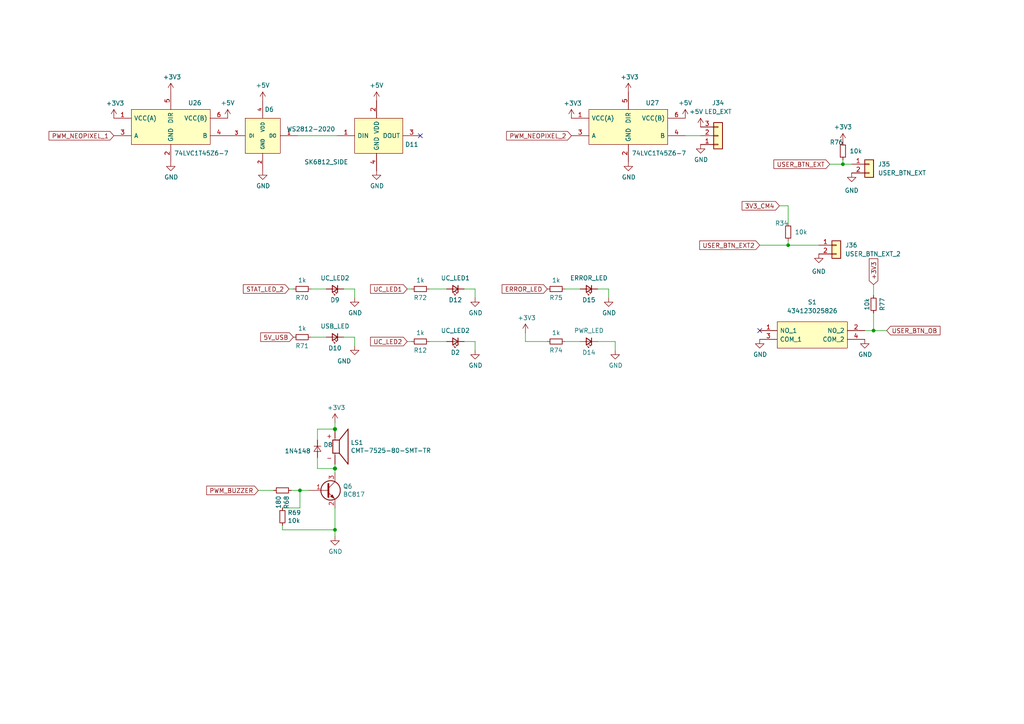
<source format=kicad_sch>
(kicad_sch (version 20250114) (generator "eeschema") (generator_version "9.0")
  (paper "A4")
  (lib_symbols
    (symbol "CMT-7525-80-SMT-TR:CMT-7525-80-SMT-TR" (pin_numbers (hide yes)) (pin_names (offset 1.016) (hide yes))
      (property "Reference" "LS" (at -3.81 8.89 0))
      (property "Value" "CMT-7525-80-SMT-TR" (at -3.81 -10.16 0))
      (symbol "CMT-7525-80-SMT-TR_0_0"
        (polyline (pts (xy -0.635 1.905) (xy -0.635 -1.905)) (stroke (width 0.254)))
        (polyline (pts (xy -0.635 1.905) (xy 0 1.905)) (stroke (width 0.254)))
        (polyline (pts (xy -0.635 -1.905) (xy 0 -1.905)) (stroke (width 0.254)))
        (polyline (pts (xy 0 2.54) (xy 0 1.905)) (stroke (width 0.1524)))
        (polyline (pts (xy 0 1.905) (xy 1.27 1.905)) (stroke (width 0.254)))
        (polyline (pts (xy 0 -1.905) (xy 1.27 -1.905)) (stroke (width 0.254)))
        (polyline (pts (xy 0 -2.54) (xy 0 -1.905)) (stroke (width 0.1524)))
        (polyline (pts (xy 1.27 1.905) (xy 3.81 5.08)) (stroke (width 0.254)))
        (polyline (pts (xy 1.27 -1.905) (xy 1.27 1.905)) (stroke (width 0.254)))
        (polyline (pts (xy 1.27 -1.905) (xy 3.81 -5.08)) (stroke (width 0.254)))
        (polyline (pts (xy 3.81 -5.08) (xy 3.81 5.08)) (stroke (width 0.254)))
        (text "+" (at -2.54 3.81 0) (effects (font (size 1.27 1.27)) (justify left top)))
        (text "-" (at -2.54 -2.54 0) (effects (font (size 1.27 1.27)) (justify left top)))
        (pin passive line (at 0 5.08 270) (length 2.54) (name "~") (number "P"))
        (pin passive line (at 0 -5.08 90) (length 2.54) (name "~") (number "N"))
      )
    )
    (symbol "Connector_Generic:Conn_01x02" (pin_names (offset 1.016) (hide yes))
      (property "Reference" "J" (at 0 2.54 0))
      (property "Value" "Conn_01x02" (at 0 -5.08 0))
      (symbol "Conn_01x02_1_1"
        (rectangle (start -1.27 1.27) (end 1.27 -3.81) (stroke (width 0.254)) (fill (type background)))
        (rectangle (start -1.27 0.127) (end 0 -0.127) (stroke (width 0.1524)))
        (rectangle (start -1.27 -2.413) (end 0 -2.667) (stroke (width 0.1524)))
        (pin passive line (at -5.08 0 0) (length 3.81) (name "Pin_1") (number "1"))
        (pin passive line (at -5.08 -2.54 0) (length 3.81) (name "Pin_2") (number "2"))
      )
    )
    (symbol "Connector_Generic:Conn_01x03" (pin_names (offset 1.016) (hide yes))
      (property "Reference" "J" (at 0 5.08 0))
      (property "Value" "Conn_01x03" (at 0 -5.08 0))
      (symbol "Conn_01x03_1_1"
        (rectangle (start -1.27 3.81) (end 1.27 -3.81) (stroke (width 0.254)) (fill (type background)))
        (rectangle (start -1.27 2.667) (end 0 2.413) (stroke (width 0.1524)))
        (rectangle (start -1.27 0.127) (end 0 -0.127) (stroke (width 0.1524)))
        (rectangle (start -1.27 -2.413) (end 0 -2.667) (stroke (width 0.1524)))
        (pin passive line (at -5.08 2.54 0) (length 3.81) (name "Pin_1") (number "1"))
        (pin passive line (at -5.08 0 0) (length 3.81) (name "Pin_2") (number "2"))
        (pin passive line (at -5.08 -2.54 0) (length 3.81) (name "Pin_3") (number "3"))
      )
    )
    (symbol "Device:D_Small" (pin_numbers (hide yes)) (pin_names (offset 0.254) (hide yes))
      (property "Reference" "D" (at -1.27 2.032 0))
      (property "Value" "D_Small" (at -3.81 -2.032 0))
      (symbol "D_Small_0_1"
        (polyline (pts (xy -0.762 0) (xy 0.762 0)))
        (polyline (pts (xy -0.762 -1.016) (xy -0.762 1.016)))
        (polyline (pts (xy 0.762 -1.016) (xy -0.762 0) (xy 0.762 1.016) (xy 0.762 -1.016)))
      )
      (symbol "D_Small_1_1"
        (pin passive line (at -2.54 0 0) (length 1.778) (name "K") (number "1"))
        (pin passive line (at 2.54 0 180) (length 1.778) (name "A") (number "2"))
      )
    )
    (symbol "Device:R_Small" (pin_numbers (hide yes)) (pin_names (offset 0.254) (hide yes))
      (property "Reference" "R" (at 0.762 0.508 0))
      (property "Value" "R_Small" (at 0.762 -1.016 0))
      (symbol "R_Small_0_1"
        (rectangle (start -0.762 1.778) (end 0.762 -1.778) (stroke (width 0.2032)))
      )
      (symbol "R_Small_1_1"
        (pin passive line (at 0 2.54 270) (length 0.762) (name "~") (number "1"))
        (pin passive line (at 0 -2.54 90) (length 0.762) (name "~") (number "2"))
      )
    )
    (symbol "LED_Small_1" (pin_numbers (hide yes)) (pin_names (offset 0.254) (hide yes))
      (property "Reference" "D" (at -1.27 3.175 0))
      (property "Value" "LED_Small_1" (at -4.445 -2.54 0))
      (symbol "LED_Small_1_0_1"
        (polyline (pts (xy -0.762 -1.016) (xy -0.762 1.016)) (stroke (width 0.254)))
        (polyline (pts (xy 0 0.762) (xy -0.508 1.27) (xy -0.254 1.27) (xy -0.508 1.27) (xy -0.508 1.016)))
        (polyline (pts (xy 0.508 1.27) (xy 0 1.778) (xy 0.254 1.778) (xy 0 1.778) (xy 0 1.524)))
        (polyline (pts (xy 0.762 -1.016) (xy -0.762 0) (xy 0.762 1.016) (xy 0.762 -1.016)) (stroke (width 0.254)))
        (polyline (pts (xy 1.016 0) (xy -0.762 0)))
      )
      (symbol "LED_Small_1_1_1"
        (pin passive line (at -2.54 0 0) (length 1.778) (name "K") (number "1"))
        (pin passive line (at 2.54 0 180) (length 1.778) (name "A") (number "2"))
      )
    )
    (symbol "SamacSys_Parts:74LVC1T45Z6-7" (pin_names (offset 0.762))
      (property "Reference" "IC2" (at 16.51 6.985 0))
      (property "Value" "74LVC1T45Z6-7" (at 16.51 4.445 0))
      (symbol "74LVC1T45Z6-7_0_0"
        (pin passive line (at 0 0 0) (length 5.08) (name "VCC(A)") (number "1"))
        (pin passive line (at 0 -5.08 0) (length 5.08) (name "A") (number "3"))
        (pin passive line (at 16.51 7.62 270) (length 5.08) (name "DIR") (number "5"))
        (pin passive line (at 16.51 -12.7 90) (length 5.08) (name "GND") (number "2"))
        (pin passive line (at 33.02 0 180) (length 5.08) (name "VCC(B)") (number "6"))
        (pin passive line (at 33.02 -5.08 180) (length 5.08) (name "B") (number "4"))
      )
      (symbol "74LVC1T45Z6-7_0_1"
        (polyline (pts (xy 5.08 2.54) (xy 27.94 2.54) (xy 27.94 -7.62) (xy 5.08 -7.62) (xy 5.08 2.54)) (stroke (width 0.1524)) (fill (type background)))
      )
    )
    (symbol "Transistor_BJT:BC817" (pin_names (offset 0) (hide yes))
      (property "Reference" "Q" (at 5.08 1.905 0))
      (property "Value" "BC817" (at 5.08 0 0))
      (symbol "BC817_0_1"
        (polyline (pts (xy 0.635 1.905) (xy 0.635 -1.905) (xy 0.635 -1.905)) (stroke (width 0.508)))
        (polyline (pts (xy 0.635 0.635) (xy 2.54 2.54)))
        (polyline (pts (xy 0.635 -0.635) (xy 2.54 -2.54) (xy 2.54 -2.54)))
        (circle (center 1.27 0) (radius 2.8194) (stroke (width 0.254)))
        (polyline (pts (xy 1.27 -1.778) (xy 1.778 -1.27) (xy 2.286 -2.286) (xy 1.27 -1.778) (xy 1.27 -1.778)) (fill (type outline)))
      )
      (symbol "BC817_1_1"
        (pin input line (at -5.08 0 0) (length 5.715) (name "B") (number "1"))
        (pin passive line (at 2.54 5.08 270) (length 2.54) (name "C") (number "3"))
        (pin passive line (at 2.54 -5.08 90) (length 2.54) (name "E") (number "2"))
      )
    )
    (symbol "WS2812-2020:WS2812-2020" (pin_names (offset 1.016))
      (property "Reference" "U8" (at 0 11.43 0))
      (property "Value" "WS2812-2020" (at 0 8.89 0))
      (symbol "WS2812-2020_0_0"
        (pin input line (at -15.24 0 0) (length 5.08) (name "DI") (number "3"))
        (pin power_in line (at -5.08 10.16 270) (length 5.08) (name "VDD") (number "4"))
        (pin power_in line (at -5.08 -10.16 90) (length 5.08) (name "GND") (number "2"))
        (pin output line (at 5.08 0 180) (length 5.08) (name "DO") (number "1"))
      )
      (symbol "WS2812-2020_0_1"
        (rectangle (start -10.16 5.08) (end 0 -5.08) (stroke (width 0.1524)) (fill (type background)))
      )
    )
    (symbol "downloaded_parts:434123025826" (pin_names (offset 0.762))
      (property "Reference" "S1" (at 15.24 7.62 0))
      (property "Value" "434123025826" (at 15.24 5.08 0))
      (symbol "434123025826_0_0"
        (pin passive line (at 0 0 0) (length 5.08) (name "NO_1") (number "1"))
        (pin passive line (at 0 -2.54 0) (length 5.08) (name "COM_1") (number "3"))
        (pin passive line (at 30.48 0 180) (length 5.08) (name "NO_2") (number "2"))
        (pin passive line (at 30.48 -2.54 180) (length 5.08) (name "COM_2") (number "4"))
      )
      (symbol "434123025826_0_1"
        (polyline (pts (xy 5.08 2.54) (xy 25.4 2.54) (xy 25.4 -5.08) (xy 5.08 -5.08) (xy 5.08 2.54)) (stroke (width 0.1524)) (fill (type background)))
      )
    )
    (symbol "downloaded_parts:SK6812_SIDE" (pin_names (offset 0.762))
      (property "Reference" "IC8" (at 19.685 -2.5399 0))
      (property "Value" "SK6812_SIDE" (at 19.685 -5.0799 0))
      (symbol "SK6812_SIDE_0_0"
        (pin passive line (at 0 0 0) (length 5.08) (name "DIN") (number "1"))
        (pin passive line (at 11.43 10.16 270) (length 5.08) (name "VDD") (number "2"))
        (pin passive line (at 11.43 -10.16 90) (length 5.08) (name "GND") (number "4"))
        (pin passive line (at 24.13 0 180) (length 5.08) (name "DOUT") (number "3"))
      )
      (symbol "SK6812_SIDE_0_1"
        (polyline (pts (xy 5.08 5.08) (xy 19.05 5.08) (xy 19.05 -5.08) (xy 5.08 -5.08) (xy 5.08 5.08)) (stroke (width 0.1524)) (fill (type background)))
      )
    )
    (symbol "power:+3.3V" (power) (pin_names (offset 0))
      (property "Value" "+3.3V" (at 0 3.556 0))
      (symbol "+3.3V_0_1"
        (polyline (pts (xy -0.762 1.27) (xy 0 2.54)))
        (polyline (pts (xy 0 2.54) (xy 0.762 1.27)))
        (polyline (pts (xy 0 0) (xy 0 2.54)))
      )
      (symbol "+3.3V_1_1"
        (pin power_in line (at 0 0 90) (length 0) (hide yes) (name "+3V3") (number "1"))
      )
    )
    (symbol "power:+3V3" (power) (pin_names (offset 0))
      (property "Value" "+3V3" (at 0 3.556 0))
      (symbol "+3V3_0_1"
        (polyline (pts (xy -0.762 1.27) (xy 0 2.54)))
        (polyline (pts (xy 0 2.54) (xy 0.762 1.27)))
        (polyline (pts (xy 0 0) (xy 0 2.54)))
      )
      (symbol "+3V3_1_1"
        (pin power_in line (at 0 0 90) (length 0) (hide yes) (name "+3V3") (number "1"))
      )
    )
    (symbol "power:+5V" (power) (pin_names (offset 0))
      (property "Value" "+5V" (at 0 3.556 0))
      (symbol "+5V_0_1"
        (polyline (pts (xy -0.762 1.27) (xy 0 2.54)))
        (polyline (pts (xy 0 2.54) (xy 0.762 1.27)))
        (polyline (pts (xy 0 0) (xy 0 2.54)))
      )
      (symbol "+5V_1_1"
        (pin power_in line (at 0 0 90) (length 0) (hide yes) (name "+5V") (number "1"))
      )
    )
    (symbol "power:GND" (power) (pin_names (offset 0))
      (property "Value" "GND" (at 0 -3.81 0))
      (symbol "GND_0_1"
        (polyline (pts (xy 0 0) (xy 0 -1.27) (xy 1.27 -1.27) (xy 0 -2.54) (xy -1.27 -1.27) (xy 0 -1.27)))
      )
      (symbol "GND_1_1"
        (pin power_in line (at 0 0 270) (length 0) (hide yes) (name "GND") (number "1"))
      )
    )
  )
  (junction (at 97.155 135.89) (diameter 1.016))
  (junction (at 97.155 153.67))
  (junction (at 244.475 47.625))
  (junction (at 86.995 142.24))
  (junction (at 253.365 95.885))
  (junction (at 97.155 124.46) (diameter 1.016))
  (junction (at 228.6 71.12))
  (no_connect (at 220.345 95.885))
  (no_connect (at 121.92 39.37))
  (wire (pts (xy 102.87 100.33) (xy 102.87 97.79)))
  (wire (pts (xy 152.4 99.06) (xy 158.75 99.06)))
  (wire (pts (xy 228.6 71.12) (xy 237.49 71.12)))
  (wire (pts (xy 97.155 135.89) (xy 97.155 137.16)))
  (wire (pts (xy 97.155 122.555) (xy 97.155 124.46)))
  (wire (pts (xy 86.995 147.32) (xy 86.995 142.24)))
  (wire (pts (xy 198.755 39.37) (xy 203.2 39.37)))
  (wire (pts (xy 137.795 83.82) (xy 134.62 83.82)))
  (wire (pts (xy 124.46 83.82) (xy 129.54 83.82)))
  (wire (pts (xy 97.155 134.62) (xy 97.155 135.89)))
  (wire (pts (xy 92.075 132.715) (xy 92.075 135.89)))
  (wire (pts (xy 86.36 39.37) (xy 97.79 39.37)))
  (wire (pts (xy 220.345 71.12) (xy 228.6 71.12)))
  (wire (pts (xy 86.995 142.24) (xy 89.535 142.24)))
  (wire (pts (xy 97.155 155.575) (xy 97.155 153.67)))
  (wire (pts (xy 81.915 153.67) (xy 97.155 153.67)))
  (wire (pts (xy 253.365 82.55) (xy 253.365 85.725)))
  (wire (pts (xy 81.915 147.32) (xy 86.995 147.32)))
  (wire (pts (xy 97.155 153.67) (xy 97.155 147.32)))
  (wire (pts (xy 250.825 95.885) (xy 253.365 95.885)))
  (wire (pts (xy 226.06 59.69) (xy 228.6 59.69)))
  (wire (pts (xy 176.53 86.36) (xy 176.53 83.82)))
  (wire (pts (xy 137.795 86.36) (xy 137.795 83.82)))
  (wire (pts (xy 124.46 99.06) (xy 129.54 99.06)))
  (wire (pts (xy 102.87 83.82) (xy 99.695 83.82)))
  (wire (pts (xy 163.83 83.82) (xy 168.275 83.82)))
  (wire (pts (xy 253.365 95.885) (xy 257.175 95.885)))
  (wire (pts (xy 176.53 83.82) (xy 173.355 83.82)))
  (wire (pts (xy 83.82 83.82) (xy 85.09 83.82)))
  (wire (pts (xy 84.455 142.24) (xy 86.995 142.24)))
  (wire (pts (xy 81.915 152.4) (xy 81.915 153.67)))
  (wire (pts (xy 90.17 97.79) (xy 94.615 97.79)))
  (wire (pts (xy 253.365 90.805) (xy 253.365 95.885)))
  (wire (pts (xy 178.435 99.06) (xy 178.435 101.6)))
  (wire (pts (xy 244.475 47.625) (xy 247.015 47.625)))
  (wire (pts (xy 228.6 59.69) (xy 228.6 64.77)))
  (wire (pts (xy 228.6 69.85) (xy 228.6 71.12)))
  (wire (pts (xy 102.87 97.79) (xy 99.695 97.79)))
  (wire (pts (xy 97.155 135.89) (xy 92.075 135.89)))
  (wire (pts (xy 92.075 127.635) (xy 92.075 124.46)))
  (wire (pts (xy 244.475 46.355) (xy 244.475 47.625)))
  (wire (pts (xy 173.355 99.06) (xy 178.435 99.06)))
  (wire (pts (xy 137.795 99.06) (xy 134.62 99.06)))
  (wire (pts (xy 240.665 47.625) (xy 244.475 47.625)))
  (wire (pts (xy 102.87 86.36) (xy 102.87 83.82)))
  (wire (pts (xy 118.11 83.82) (xy 119.38 83.82)))
  (wire (pts (xy 118.11 99.06) (xy 119.38 99.06)))
  (wire (pts (xy 163.83 99.06) (xy 168.275 99.06)))
  (wire (pts (xy 92.075 124.46) (xy 97.155 124.46)))
  (wire (pts (xy 74.93 142.24) (xy 79.375 142.24)))
  (wire (pts (xy 152.4 96.52) (xy 152.4 99.06)))
  (wire (pts (xy 137.795 101.6) (xy 137.795 99.06)))
  (wire (pts (xy 90.17 83.82) (xy 94.615 83.82)))
  (global_label "3V3_CM4" (shape input) (at 226.06 59.69 180) (property "Intersheetrefs" "${INTERSHEET_REFS}" (effects (hide yes))))
  (global_label "PWM_NEOPIXEL_2" (shape input) (at 165.735 39.37 180) (property "Intersheetrefs" "${INTERSHEET_REFS}" (effects (hide yes))))
  (global_label "5V_USB" (shape input) (at 85.09 97.79 180) (property "Intersheetrefs" "${INTERSHEET_REFS}" (effects (hide yes))))
  (global_label "USER_BTN_EXT" (shape input) (at 240.665 47.625 180) (property "Intersheetrefs" "${INTERSHEET_REFS}" (effects (hide yes))))
  (global_label "UC_LED1" (shape input) (at 118.11 83.82 180) (property "Intersheetrefs" "${INTERSHEET_REFS}" (effects (hide yes))))
  (global_label "UC_LED2" (shape input) (at 118.11 99.06 180) (property "Intersheetrefs" "${INTERSHEET_REFS}" (effects (hide yes))))
  (global_label "ERROR_LED" (shape input) (at 158.75 83.82 180) (property "Intersheetrefs" "${INTERSHEET_REFS}" (effects (hide yes))))
  (global_label "PWM_BUZZER" (shape input) (at 74.93 142.24 180) (property "Intersheetrefs" "${INTERSHEET_REFS}" (effects (hide yes))))
  (global_label "USER_BTN_OB" (shape input) (at 257.175 95.885 0) (property "Intersheetrefs" "${INTERSHEET_REFS}" (effects (hide yes))))
  (global_label "USER_BTN_EXT2" (shape input) (at 220.345 71.12 180) (property "Intersheetrefs" "${INTERSHEET_REFS}" (effects (hide yes))))
  (global_label "+3V3" (shape input) (at 253.365 82.55 90) (property "Intersheetrefs" "${INTERSHEET_REFS}" (effects (hide yes))))
  (global_label "STAT_LED_2" (shape input) (at 83.82 83.82 180) (property "Intersheetrefs" "${INTERSHEET_REFS}" (effects (hide yes))))
  (global_label "PWM_NEOPIXEL_1" (shape input) (at 33.02 39.37 180) (property "Intersheetrefs" "${INTERSHEET_REFS}" (effects (hide yes))))
  (symbol (lib_id "power:GND") (at 137.795 101.6 0) (unit 1)
    (property "Reference" "#PWR077" (effects (hide yes)))
    (property "Value" "GND" (at 137.922 105.9942 0))
  )
  (symbol (lib_id "Connector_Generic:Conn_01x02") (at 242.57 71.12 0) (unit 1)
    (property "Reference" "J36" (at 245.11 71.1199 0) (effects (justify left)))
    (property "Value" "USER_BTN_EXT_2" (at 245.11 73.66 0) (effects (justify left)))
    (property "Footprint" "Connector_JST:JST_GH_BM02B-GHS-TBT_1x02-1MP_P1.25mm_Vertical" (effects (hide yes)))
  )
  (symbol (lib_id "Device:R_Small") (at 244.475 43.815 0) (unit 1)
    (property "Reference" "R76" (at 240.665 41.275 0) (effects (justify left)))
    (property "Value" "10k" (at 246.38 43.815 0) (effects (justify left)))
    (property "Footprint" "Resistor_SMD:R_0603_1608Metric" (effects (hide yes)))
  )
  (symbol (lib_id "power:GND") (at 220.345 98.425 0) (unit 1)
    (property "Reference" "#PWR0200" (effects (hide yes)))
    (property "Value" "GND" (at 220.472 102.8192 0))
  )
  (symbol (lib_id "power:+3V3") (at 165.735 34.29 0) (unit 1)
    (property "Reference" "#PWR0192" (effects (hide yes)))
    (property "Value" "+3V3" (at 166.1033 29.9656 0))
  )
  (symbol (lib_id "power:+3V3") (at 97.155 122.555 0) (unit 1)
    (property "Reference" "#PWR0184" (effects (hide yes)))
    (property "Value" "+3V3" (at 97.5233 118.2306 0))
  )
  (symbol (lib_id "power:GND") (at 102.87 100.33 0) (unit 1)
    (property "Reference" "#PWR0187" (effects (hide yes)))
    (property "Value" "GND" (at 99.822 104.7242 0))
  )
  (symbol (lib_id "power:+3V3") (at 152.4 96.52 0) (unit 1)
    (property "Reference" "#PWR015" (effects (hide yes)))
    (property "Value" "+3V3" (at 152.7683 92.1956 0))
  )
  (symbol (lib_id "Device:R_Small") (at 87.63 83.82 90) (unit 1)
    (property "Reference" "R70" (at 87.63 86.36 90))
    (property "Value" "1k" (at 87.63 81.28 90))
    (property "Footprint" "Resistor_SMD:R_0603_1608Metric" (effects (hide yes)))
  )
  (symbol (lib_id "power:+3V3") (at 33.02 34.29 0) (unit 1)
    (property "Reference" "#PWR0176" (effects (hide yes)))
    (property "Value" "+3V3" (at 33.3883 29.9656 0))
  )
  (symbol (lib_id "power:GND") (at 182.245 46.99 0) (unit 1)
    (property "Reference" "#PWR0196" (effects (hide yes)))
    (property "Value" "GND" (at 182.372 51.3842 0))
  )
  (symbol (lib_id "SamacSys_Parts:74LVC1T45Z6-7") (at 33.02 34.29 0) (unit 1)
    (property "Reference" "U26" (at 56.515 29.845 0))
    (property "Value" "74LVC1T45Z6-7" (at 58.42 44.45 0))
    (property "Footprint" "Package_TO_SOT_SMD:SOT-563" (effects (hide yes)))
    (property "Datasheet" "https://www.diodes.com/assets/Datasheets/74LVC1T45.pdf" (effects (hide yes)))
    (property "Description" "Translation - Voltage Levels Sgl Bit 1 Gate 5.5V 24mA 16uA 3 State" (effects (hide yes)))
    (property "Height" "0.6" (effects (hide yes)))
    (property "Mouser Part Number" "621-74LVC1T45Z6-7" (effects (hide yes)))
    (property "Mouser Price/Stock" "https://www.mouser.co.uk/ProductDetail/Diodes-Incorporated/74LVC1T45Z6-7?qs=Oxncjon6mbri043VV7aCkA%3D%3D" (effects (hide yes)))
    (property "Manufacturer_Name" "Diodes Inc." (effects (hide yes)))
    (property "Manufacturer_Part_Number" "74LVC1T45Z6-7" (effects (hide yes)))
  )
  (symbol (lib_id "power:+5V") (at 198.755 34.29 0) (unit 1)
    (property "Reference" "#PWR0197" (effects (hide yes)))
    (property "Value" "+5V" (at 198.755 29.845 0))
  )
  (symbol (lib_name "LED_Small_1") (lib_id "Device:LED_Small") (at 97.155 83.82 180) (unit 1)
    (property "Reference" "D9" (at 97.155 86.995 0))
    (property "Value" "UC_LED2" (at 97.155 80.645 0))
    (property "Footprint" "LED_SMD:LED_0603_1608Metric" (effects (hide yes)))
  )
  (symbol (lib_id "power:+3V3") (at 49.53 26.67 0) (unit 1)
    (property "Reference" "#PWR0177" (effects (hide yes)))
    (property "Value" "+3V3" (at 49.8983 22.3456 0))
  )
  (symbol (lib_id "Device:R_Small") (at 161.29 83.82 90) (unit 1)
    (property "Reference" "R75" (at 161.29 86.36 90))
    (property "Value" "1k" (at 161.29 81.28 90))
    (property "Footprint" "Resistor_SMD:R_0603_1608Metric" (effects (hide yes)))
  )
  (symbol (lib_id "power:GND") (at 176.53 86.36 0) (unit 1)
    (property "Reference" "#PWR0193" (effects (hide yes)))
    (property "Value" "GND" (at 176.657 90.7542 0))
  )
  (symbol (lib_id "downloaded_parts:SK6812_SIDE") (at 97.79 39.37 0) (unit 1)
    (property "Reference" "D11" (at 117.475 41.9099 0) (effects (justify left)))
    (property "Value" "SK6812_SIDE" (at 88.265 46.99 0) (effects (justify left)))
    (property "Footprint" "downloaded_parts:SK6812SIDE" (effects (hide yes)))
    (property "Datasheet" "https://drive.google.com/file/d/1ogB9Ikb2NH7tOdPVDoBaHqeA7tHurhhe/view?usp=sharing" (effects (hide yes)))
    (property "Description" "SK6812 SIDE/SK6805 SIDE is a smart LED control circuit" (effects (hide yes)))
    (property "Height" "2.05" (effects (hide yes)))
    (property "Manufacturer_Name" "Shenzhen Normand Electronic" (effects (hide yes)))
    (property "Manufacturer_Part_Number" "SK6812 SIDE" (effects (hide yes)))
  )
  (symbol (lib_id "Device:R_Small") (at 253.365 88.265 0) (unit 1)
    (property "Reference" "R77" (at 255.905 88.265 90))
    (property "Value" "10k" (at 251.46 88.265 90))
    (property "Footprint" "Resistor_SMD:R_0603_1608Metric" (effects (hide yes)))
  )
  (symbol (lib_id "Transistor_BJT:BC817") (at 94.615 142.24 0) (unit 1)
    (property "Reference" "Q6" (at 99.4664 141.0716 0) (effects (justify left)))
    (property "Value" "BC817" (at 99.4664 143.383 0) (effects (justify left)))
    (property "Footprint" "Package_TO_SOT_SMD:SOT-323_SC-70" (effects (hide yes)))
    (property "Datasheet" "http://www.fairchildsemi.com/ds/BC/BC817.pdf" (effects (hide yes)))
  )
  (symbol (lib_id "power:+3.3V") (at 244.475 41.275 0) (unit 1)
    (property "Reference" "#PWR0201" (effects (hide yes)))
    (property "Value" "+3V3" (at 244.475 36.83 0))
  )
  (symbol (lib_id "Device:R_Small") (at 81.915 149.86 0) (unit 1)
    (property "Reference" "R69" (at 83.4136 148.6916 0) (effects (justify left)))
    (property "Value" "10k" (at 83.4136 151.003 0) (effects (justify left)))
    (property "Footprint" "Resistor_SMD:R_0603_1608Metric" (effects (hide yes)))
  )
  (symbol (lib_id "SamacSys_Parts:74LVC1T45Z6-7") (at 165.735 34.29 0) (unit 1)
    (property "Reference" "U27" (at 189.23 29.845 0))
    (property "Value" "74LVC1T45Z6-7" (at 191.135 44.45 0))
    (property "Footprint" "Package_TO_SOT_SMD:SOT-563" (effects (hide yes)))
    (property "Datasheet" "https://www.diodes.com/assets/Datasheets/74LVC1T45.pdf" (effects (hide yes)))
    (property "Description" "Translation - Voltage Levels Sgl Bit 1 Gate 5.5V 24mA 16uA 3 State" (effects (hide yes)))
    (property "Height" "0.6" (effects (hide yes)))
    (property "Mouser Part Number" "621-74LVC1T45Z6-7" (effects (hide yes)))
    (property "Mouser Price/Stock" "https://www.mouser.co.uk/ProductDetail/Diodes-Incorporated/74LVC1T45Z6-7?qs=Oxncjon6mbri043VV7aCkA%3D%3D" (effects (hide yes)))
    (property "Manufacturer_Name" "Diodes Inc." (effects (hide yes)))
    (property "Manufacturer_Part_Number" "74LVC1T45Z6-7" (effects (hide yes)))
  )
  (symbol (lib_id "WS2812-2020:WS2812-2020") (at 81.28 39.37 0) (unit 1)
    (property "Reference" "D6" (at 78.105 31.75 0))
    (property "Value" "WS2812-2020" (at 90.17 37.4396 0))
    (property "Footprint" "neopixel:ws2812_2020" (effects (hide yes)))
    (property "MANUFACTURER" "Worldsemi" (effects (hide yes)))
    (property "STANDARD" "Manufacturer Recommendations" (effects (hide yes)))
  )
  (symbol (lib_id "CMT-7525-80-SMT-TR:CMT-7525-80-SMT-TR") (at 97.155 129.54 0) (unit 1)
    (property "Reference" "LS1" (at 101.7016 128.3716 0) (effects (justify left)))
    (property "Value" "CMT-7525-80-SMT-TR" (at 101.7016 130.683 0) (effects (justify left)))
    (property "Footprint" "downloaded_parts:XDCR_CMT-7525-80-SMT-TR" (effects (hide yes)))
    (property "Field4" "Manufacturer Recommendations" (effects (hide yes)))
    (property "Field5" "N/A" (effects (hide yes)))
    (property "Field6" "CUI Inc." (effects (hide yes)))
  )
  (symbol (lib_id "power:GND") (at 237.49 73.66 0) (unit 1)
    (property "Reference" "#PWR0203" (effects (hide yes)))
    (property "Value" "GND" (at 237.49 78.74 0))
  )
  (symbol (lib_id "Device:R_Small") (at 121.92 99.06 90) (unit 1)
    (property "Reference" "R12" (at 121.92 101.6 90))
    (property "Value" "1k" (at 121.92 96.52 90))
    (property "Footprint" "Resistor_SMD:R_0603_1608Metric" (effects (hide yes)))
  )
  (symbol (lib_id "Connector_Generic:Conn_01x02") (at 252.095 47.625 0) (unit 1)
    (property "Reference" "J35" (at 254.635 47.6249 0) (effects (justify left)))
    (property "Value" "USER_BTN_EXT" (at 254.635 50.165 0) (effects (justify left)))
    (property "Footprint" "Connector_JST:JST_GH_BM02B-GHS-TBT_1x02-1MP_P1.25mm_Vertical" (effects (hide yes)))
  )
  (symbol (lib_id "power:+5V") (at 66.04 34.29 0) (unit 1)
    (property "Reference" "#PWR0179" (effects (hide yes)))
    (property "Value" "+5V" (at 66.04 29.845 0))
  )
  (symbol (lib_name "LED_Small_1") (lib_id "Device:LED_Small") (at 132.08 99.06 180) (unit 1)
    (property "Reference" "D2" (at 132.08 102.235 0))
    (property "Value" "UC_LED2" (at 132.08 95.885 0))
    (property "Footprint" "LED_SMD:LED_0603_1608Metric" (effects (hide yes)))
  )
  (symbol (lib_id "power:GND") (at 247.015 50.165 0) (unit 1)
    (property "Reference" "#PWR0202" (effects (hide yes)))
    (property "Value" "GND" (at 247.015 55.245 0))
  )
  (symbol (lib_id "power:GND") (at 76.2 49.53 0) (unit 1)
    (property "Reference" "#PWR0181" (effects (hide yes)))
    (property "Value" "GND" (at 76.327 53.9242 0))
  )
  (symbol (lib_id "power:GND") (at 178.435 101.6 0) (unit 1)
    (property "Reference" "#PWR0194" (effects (hide yes)))
    (property "Value" "GND" (at 178.562 105.9942 0))
  )
  (symbol (lib_id "power:+5V") (at 109.22 29.21 0) (unit 1)
    (property "Reference" "#PWR0188" (effects (hide yes)))
    (property "Value" "+5V" (at 109.22 24.765 0))
  )
  (symbol (lib_id "power:+5V") (at 203.2 36.83 0) (unit 1)
    (property "Reference" "#PWR0198" (effects (hide yes)))
    (property "Value" "+5V" (at 201.93 32.385 0))
  )
  (symbol (lib_name "LED_Small_1") (lib_id "Device:LED_Small") (at 132.08 83.82 180) (unit 1)
    (property "Reference" "D12" (at 132.08 86.995 0))
    (property "Value" "UC_LED1" (at 132.08 80.645 0))
    (property "Footprint" "LED_SMD:LED_0603_1608Metric" (effects (hide yes)))
  )
  (symbol (lib_name "LED_Small_1") (lib_id "Device:LED_Small") (at 170.815 99.06 180) (unit 1)
    (property "Reference" "D14" (at 170.815 102.235 0))
    (property "Value" "PWR_LED" (at 170.815 95.885 0))
    (property "Footprint" "LED_SMD:LED_0603_1608Metric" (effects (hide yes)))
  )
  (symbol (lib_id "downloaded_parts:434123025826") (at 220.345 95.885 0) (unit 1)
    (property "Reference" "S1" (at 235.585 87.63 0))
    (property "Value" "434123025826" (at 235.585 90.17 0))
    (property "Footprint" "downloaded_parts:434123025826" (effects (hide yes)))
    (property "Datasheet" "https://www.we-online.com/catalog/datasheet/434123025826.pdf" (effects (hide yes)))
    (property "Description" "TACT SWITCH 4.2X3.2MM VERTICAL T" (effects (hide yes)))
    (property "Height" "2.7" (effects (hide yes)))
    (property "Manufacturer_Name" "Wurth Elektronik" (effects (hide yes)))
    (property "Manufacturer_Part_Number" "434123025826" (effects (hide yes)))
  )
  (symbol (lib_id "Device:D_Small") (at 92.075 130.175 270) (unit 1)
    (property "Reference" "D8" (at 93.8022 129.0066 90) (effects (justify left)))
    (property "Value" "1N4148" (at 82.55 130.81 90) (effects (justify left)))
    (property "Footprint" "Diode_SMD:D_SOD-323F" (effects (hide yes)))
  )
  (symbol (lib_id "Connector_Generic:Conn_01x03") (at 208.28 39.37 0) (mirror x) (unit 1)
    (property "Reference" "J34" (at 208.28 29.845 0))
    (property "Value" "LED_EXT" (at 208.28 32.385 0))
    (property "Footprint" "Connector_JST:JST_GH_BM03B-GHS-TBT_1x03-1MP_P1.25mm_Vertical" (effects (hide yes)))
  )
  (symbol (lib_id "power:GND") (at 109.22 49.53 0) (unit 1)
    (property "Reference" "#PWR0189" (effects (hide yes)))
    (property "Value" "GND" (at 109.347 53.9242 0))
  )
  (symbol (lib_name "LED_Small_1") (lib_id "Device:LED_Small") (at 170.815 83.82 180) (unit 1)
    (property "Reference" "D15" (at 170.815 86.995 0))
    (property "Value" "ERROR_LED" (at 170.815 80.645 0))
    (property "Footprint" "LED_SMD:LED_0603_1608Metric" (effects (hide yes)))
  )
  (symbol (lib_id "power:+5V") (at 76.2 29.21 0) (unit 1)
    (property "Reference" "#PWR0180" (effects (hide yes)))
    (property "Value" "+5V" (at 76.2 24.765 0))
  )
  (symbol (lib_id "power:GND") (at 137.795 86.36 0) (unit 1)
    (property "Reference" "#PWR0190" (effects (hide yes)))
    (property "Value" "GND" (at 137.922 90.7542 0))
  )
  (symbol (lib_id "power:GND") (at 203.2 41.91 0) (unit 1)
    (property "Reference" "#PWR0199" (effects (hide yes)))
    (property "Value" "GND" (at 203.327 46.3042 0))
  )
  (symbol (lib_id "power:+3V3") (at 182.245 26.67 0) (unit 1)
    (property "Reference" "#PWR0195" (effects (hide yes)))
    (property "Value" "+3V3" (at 182.6133 22.3456 0))
  )
  (symbol (lib_id "Device:R_Small") (at 228.6 67.31 0) (unit 1)
    (property "Reference" "R34" (at 224.79 64.77 0) (effects (justify left)))
    (property "Value" "10k" (at 230.505 67.31 0) (effects (justify left)))
    (property "Footprint" "Resistor_SMD:R_0603_1608Metric" (effects (hide yes)))
  )
  (symbol (lib_id "Device:R_Small") (at 81.915 142.24 270) (unit 1)
    (property "Reference" "R68" (at 83.0834 143.7386 0) (effects (justify left)))
    (property "Value" "180" (at 80.772 143.7386 0) (effects (justify left)))
    (property "Footprint" "Resistor_SMD:R_0603_1608Metric" (effects (hide yes)))
  )
  (symbol (lib_id "Device:R_Small") (at 121.92 83.82 90) (unit 1)
    (property "Reference" "R72" (at 121.92 86.36 90))
    (property "Value" "1k" (at 121.92 81.28 90))
    (property "Footprint" "Resistor_SMD:R_0603_1608Metric" (effects (hide yes)))
  )
  (symbol (lib_id "power:GND") (at 102.87 86.36 0) (unit 1)
    (property "Reference" "#PWR0186" (effects (hide yes)))
    (property "Value" "GND" (at 102.997 90.7542 0))
  )
  (symbol (lib_id "Device:R_Small") (at 161.29 99.06 90) (unit 1)
    (property "Reference" "R74" (at 161.29 101.6 90))
    (property "Value" "1k" (at 161.29 96.52 90))
    (property "Footprint" "Resistor_SMD:R_0603_1608Metric" (effects (hide yes)))
  )
  (symbol (lib_id "Device:R_Small") (at 87.63 97.79 90) (unit 1)
    (property "Reference" "R71" (at 87.63 100.33 90))
    (property "Value" "1k" (at 87.63 95.25 90))
    (property "Footprint" "Resistor_SMD:R_0603_1608Metric" (effects (hide yes)))
  )
  (symbol (lib_id "power:GND") (at 97.155 155.575 0) (unit 1)
    (property "Reference" "#PWR0185" (effects (hide yes)))
    (property "Value" "GND" (at 97.282 159.9692 0))
  )
  (symbol (lib_id "power:GND") (at 49.53 46.99 0) (unit 1)
    (property "Reference" "#PWR0178" (effects (hide yes)))
    (property "Value" "GND" (at 49.657 51.3842 0))
  )
  (symbol (lib_id "power:GND") (at 250.825 98.425 0) (unit 1)
    (property "Reference" "#PWR0204" (effects (hide yes)))
    (property "Value" "GND" (at 250.952 102.8192 0))
  )
  (symbol (lib_name "LED_Small_1") (lib_id "Device:LED_Small") (at 97.155 97.79 180) (unit 1)
    (property "Reference" "D10" (at 97.155 100.965 0))
    (property "Value" "USB_LED" (at 97.155 94.615 0))
    (property "Footprint" "LED_SMD:LED_0603_1608Metric" (effects (hide yes)))
  )
)
</source>
